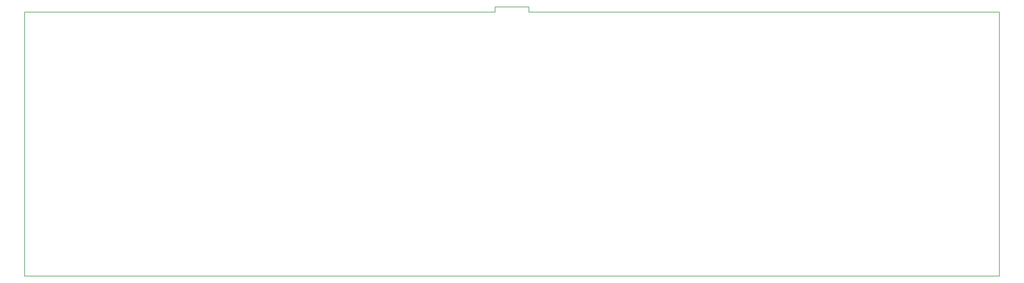
<source format=gbr>
G04 #@! TF.FileFunction,Profile,NP*
%FSLAX46Y46*%
G04 Gerber Fmt 4.6, Leading zero omitted, Abs format (unit mm)*
G04 Created by KiCad (PCBNEW 4.0.2+dfsg1-stable) date zo 09 apr 2017 14:04:06 CEST*
%MOMM*%
G01*
G04 APERTURE LIST*
%ADD10C,0.100000*%
%ADD11C,0.150000*%
G04 APERTURE END LIST*
D10*
D11*
X291592000Y6350000D02*
X291592000Y8128000D01*
X6350000Y6350000D02*
X291592000Y6350000D01*
X6350000Y8128000D02*
X6350000Y6350000D01*
X291592000Y83820000D02*
X291592000Y8128000D01*
X153924000Y83820000D02*
X291592000Y83820000D01*
X153924000Y85344000D02*
X153924000Y83820000D01*
X144018000Y85344000D02*
X153924000Y85344000D01*
X144018000Y83820000D02*
X144018000Y85344000D01*
X6350000Y83820000D02*
X144018000Y83820000D01*
X6350000Y8128000D02*
X6350000Y83820000D01*
M02*

</source>
